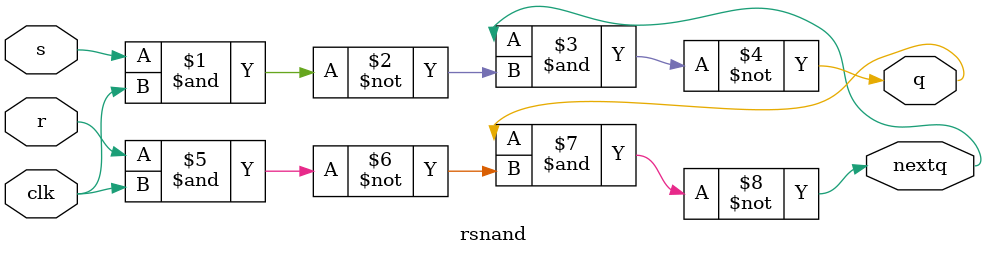
<source format=v>
`timescale 1ns / 1ps


module rsnand(
input s,r, clk,
output q, nextq
    );
    
    assign q = ~(nextq &~(s &clk) );
    assign nextq = ~(q & ~(r&clk));
    
endmodule



</source>
